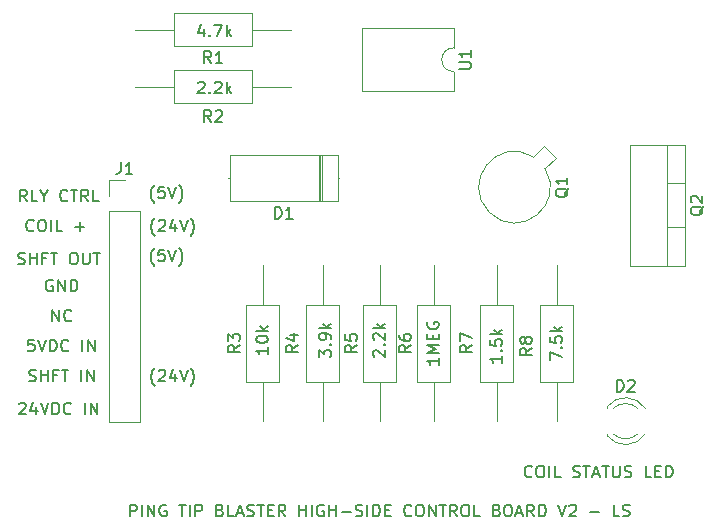
<source format=gto>
%TF.GenerationSoftware,KiCad,Pcbnew,(6.0.8)*%
%TF.CreationDate,2022-11-03T15:18:16-07:00*%
%TF.ProjectId,TipBlaster_V2,54697042-6c61-4737-9465-725f56322e6b,rev?*%
%TF.SameCoordinates,Original*%
%TF.FileFunction,Legend,Top*%
%TF.FilePolarity,Positive*%
%FSLAX46Y46*%
G04 Gerber Fmt 4.6, Leading zero omitted, Abs format (unit mm)*
G04 Created by KiCad (PCBNEW (6.0.8)) date 2022-11-03 15:18:16*
%MOMM*%
%LPD*%
G01*
G04 APERTURE LIST*
%ADD10C,0.150000*%
%ADD11C,0.120000*%
%ADD12C,3.500000*%
%ADD13R,1.600000X1.600000*%
%ADD14O,1.600000X1.600000*%
%ADD15C,1.600000*%
%ADD16R,2.000000X1.905000*%
%ADD17O,2.000000X1.905000*%
%ADD18O,1.200000X1.600000*%
%ADD19O,1.200000X1.200000*%
%ADD20R,1.700000X1.700000*%
%ADD21O,1.700000X1.700000*%
%ADD22R,1.800000X1.800000*%
%ADD23C,1.800000*%
%ADD24R,2.800000X2.800000*%
%ADD25O,2.800000X2.800000*%
G04 APERTURE END LIST*
D10*
X97752952Y-102306380D02*
X97752952Y-101306380D01*
X98133904Y-101306380D01*
X98229142Y-101354000D01*
X98276761Y-101401619D01*
X98324380Y-101496857D01*
X98324380Y-101639714D01*
X98276761Y-101734952D01*
X98229142Y-101782571D01*
X98133904Y-101830190D01*
X97752952Y-101830190D01*
X98752952Y-102306380D02*
X98752952Y-101306380D01*
X99229142Y-102306380D02*
X99229142Y-101306380D01*
X99800571Y-102306380D01*
X99800571Y-101306380D01*
X100800571Y-101354000D02*
X100705333Y-101306380D01*
X100562476Y-101306380D01*
X100419619Y-101354000D01*
X100324380Y-101449238D01*
X100276761Y-101544476D01*
X100229142Y-101734952D01*
X100229142Y-101877809D01*
X100276761Y-102068285D01*
X100324380Y-102163523D01*
X100419619Y-102258761D01*
X100562476Y-102306380D01*
X100657714Y-102306380D01*
X100800571Y-102258761D01*
X100848190Y-102211142D01*
X100848190Y-101877809D01*
X100657714Y-101877809D01*
X101895809Y-101306380D02*
X102467238Y-101306380D01*
X102181523Y-102306380D02*
X102181523Y-101306380D01*
X102800571Y-102306380D02*
X102800571Y-101306380D01*
X103276761Y-102306380D02*
X103276761Y-101306380D01*
X103657714Y-101306380D01*
X103752952Y-101354000D01*
X103800571Y-101401619D01*
X103848190Y-101496857D01*
X103848190Y-101639714D01*
X103800571Y-101734952D01*
X103752952Y-101782571D01*
X103657714Y-101830190D01*
X103276761Y-101830190D01*
X105372000Y-101782571D02*
X105514857Y-101830190D01*
X105562476Y-101877809D01*
X105610095Y-101973047D01*
X105610095Y-102115904D01*
X105562476Y-102211142D01*
X105514857Y-102258761D01*
X105419619Y-102306380D01*
X105038666Y-102306380D01*
X105038666Y-101306380D01*
X105372000Y-101306380D01*
X105467238Y-101354000D01*
X105514857Y-101401619D01*
X105562476Y-101496857D01*
X105562476Y-101592095D01*
X105514857Y-101687333D01*
X105467238Y-101734952D01*
X105372000Y-101782571D01*
X105038666Y-101782571D01*
X106514857Y-102306380D02*
X106038666Y-102306380D01*
X106038666Y-101306380D01*
X106800571Y-102020666D02*
X107276761Y-102020666D01*
X106705333Y-102306380D02*
X107038666Y-101306380D01*
X107372000Y-102306380D01*
X107657714Y-102258761D02*
X107800571Y-102306380D01*
X108038666Y-102306380D01*
X108133904Y-102258761D01*
X108181523Y-102211142D01*
X108229142Y-102115904D01*
X108229142Y-102020666D01*
X108181523Y-101925428D01*
X108133904Y-101877809D01*
X108038666Y-101830190D01*
X107848190Y-101782571D01*
X107752952Y-101734952D01*
X107705333Y-101687333D01*
X107657714Y-101592095D01*
X107657714Y-101496857D01*
X107705333Y-101401619D01*
X107752952Y-101354000D01*
X107848190Y-101306380D01*
X108086285Y-101306380D01*
X108229142Y-101354000D01*
X108514857Y-101306380D02*
X109086285Y-101306380D01*
X108800571Y-102306380D02*
X108800571Y-101306380D01*
X109419619Y-101782571D02*
X109752952Y-101782571D01*
X109895809Y-102306380D02*
X109419619Y-102306380D01*
X109419619Y-101306380D01*
X109895809Y-101306380D01*
X110895809Y-102306380D02*
X110562476Y-101830190D01*
X110324380Y-102306380D02*
X110324380Y-101306380D01*
X110705333Y-101306380D01*
X110800571Y-101354000D01*
X110848190Y-101401619D01*
X110895809Y-101496857D01*
X110895809Y-101639714D01*
X110848190Y-101734952D01*
X110800571Y-101782571D01*
X110705333Y-101830190D01*
X110324380Y-101830190D01*
X112086285Y-102306380D02*
X112086285Y-101306380D01*
X112086285Y-101782571D02*
X112657714Y-101782571D01*
X112657714Y-102306380D02*
X112657714Y-101306380D01*
X113133904Y-102306380D02*
X113133904Y-101306380D01*
X114133904Y-101354000D02*
X114038666Y-101306380D01*
X113895809Y-101306380D01*
X113752952Y-101354000D01*
X113657714Y-101449238D01*
X113610095Y-101544476D01*
X113562476Y-101734952D01*
X113562476Y-101877809D01*
X113610095Y-102068285D01*
X113657714Y-102163523D01*
X113752952Y-102258761D01*
X113895809Y-102306380D01*
X113991047Y-102306380D01*
X114133904Y-102258761D01*
X114181523Y-102211142D01*
X114181523Y-101877809D01*
X113991047Y-101877809D01*
X114610095Y-102306380D02*
X114610095Y-101306380D01*
X114610095Y-101782571D02*
X115181523Y-101782571D01*
X115181523Y-102306380D02*
X115181523Y-101306380D01*
X115657714Y-101925428D02*
X116419619Y-101925428D01*
X116848190Y-102258761D02*
X116991047Y-102306380D01*
X117229142Y-102306380D01*
X117324380Y-102258761D01*
X117372000Y-102211142D01*
X117419619Y-102115904D01*
X117419619Y-102020666D01*
X117372000Y-101925428D01*
X117324380Y-101877809D01*
X117229142Y-101830190D01*
X117038666Y-101782571D01*
X116943428Y-101734952D01*
X116895809Y-101687333D01*
X116848190Y-101592095D01*
X116848190Y-101496857D01*
X116895809Y-101401619D01*
X116943428Y-101354000D01*
X117038666Y-101306380D01*
X117276761Y-101306380D01*
X117419619Y-101354000D01*
X117848190Y-102306380D02*
X117848190Y-101306380D01*
X118324380Y-102306380D02*
X118324380Y-101306380D01*
X118562476Y-101306380D01*
X118705333Y-101354000D01*
X118800571Y-101449238D01*
X118848190Y-101544476D01*
X118895809Y-101734952D01*
X118895809Y-101877809D01*
X118848190Y-102068285D01*
X118800571Y-102163523D01*
X118705333Y-102258761D01*
X118562476Y-102306380D01*
X118324380Y-102306380D01*
X119324380Y-101782571D02*
X119657714Y-101782571D01*
X119800571Y-102306380D02*
X119324380Y-102306380D01*
X119324380Y-101306380D01*
X119800571Y-101306380D01*
X121562476Y-102211142D02*
X121514857Y-102258761D01*
X121372000Y-102306380D01*
X121276761Y-102306380D01*
X121133904Y-102258761D01*
X121038666Y-102163523D01*
X120991047Y-102068285D01*
X120943428Y-101877809D01*
X120943428Y-101734952D01*
X120991047Y-101544476D01*
X121038666Y-101449238D01*
X121133904Y-101354000D01*
X121276761Y-101306380D01*
X121372000Y-101306380D01*
X121514857Y-101354000D01*
X121562476Y-101401619D01*
X122181523Y-101306380D02*
X122372000Y-101306380D01*
X122467238Y-101354000D01*
X122562476Y-101449238D01*
X122610095Y-101639714D01*
X122610095Y-101973047D01*
X122562476Y-102163523D01*
X122467238Y-102258761D01*
X122372000Y-102306380D01*
X122181523Y-102306380D01*
X122086285Y-102258761D01*
X121991047Y-102163523D01*
X121943428Y-101973047D01*
X121943428Y-101639714D01*
X121991047Y-101449238D01*
X122086285Y-101354000D01*
X122181523Y-101306380D01*
X123038666Y-102306380D02*
X123038666Y-101306380D01*
X123610095Y-102306380D01*
X123610095Y-101306380D01*
X123943428Y-101306380D02*
X124514857Y-101306380D01*
X124229142Y-102306380D02*
X124229142Y-101306380D01*
X125419619Y-102306380D02*
X125086285Y-101830190D01*
X124848190Y-102306380D02*
X124848190Y-101306380D01*
X125229142Y-101306380D01*
X125324380Y-101354000D01*
X125372000Y-101401619D01*
X125419619Y-101496857D01*
X125419619Y-101639714D01*
X125372000Y-101734952D01*
X125324380Y-101782571D01*
X125229142Y-101830190D01*
X124848190Y-101830190D01*
X126038666Y-101306380D02*
X126229142Y-101306380D01*
X126324380Y-101354000D01*
X126419619Y-101449238D01*
X126467238Y-101639714D01*
X126467238Y-101973047D01*
X126419619Y-102163523D01*
X126324380Y-102258761D01*
X126229142Y-102306380D01*
X126038666Y-102306380D01*
X125943428Y-102258761D01*
X125848190Y-102163523D01*
X125800571Y-101973047D01*
X125800571Y-101639714D01*
X125848190Y-101449238D01*
X125943428Y-101354000D01*
X126038666Y-101306380D01*
X127372000Y-102306380D02*
X126895809Y-102306380D01*
X126895809Y-101306380D01*
X128800571Y-101782571D02*
X128943428Y-101830190D01*
X128991047Y-101877809D01*
X129038666Y-101973047D01*
X129038666Y-102115904D01*
X128991047Y-102211142D01*
X128943428Y-102258761D01*
X128848190Y-102306380D01*
X128467238Y-102306380D01*
X128467238Y-101306380D01*
X128800571Y-101306380D01*
X128895809Y-101354000D01*
X128943428Y-101401619D01*
X128991047Y-101496857D01*
X128991047Y-101592095D01*
X128943428Y-101687333D01*
X128895809Y-101734952D01*
X128800571Y-101782571D01*
X128467238Y-101782571D01*
X129657714Y-101306380D02*
X129848190Y-101306380D01*
X129943428Y-101354000D01*
X130038666Y-101449238D01*
X130086285Y-101639714D01*
X130086285Y-101973047D01*
X130038666Y-102163523D01*
X129943428Y-102258761D01*
X129848190Y-102306380D01*
X129657714Y-102306380D01*
X129562476Y-102258761D01*
X129467238Y-102163523D01*
X129419619Y-101973047D01*
X129419619Y-101639714D01*
X129467238Y-101449238D01*
X129562476Y-101354000D01*
X129657714Y-101306380D01*
X130467238Y-102020666D02*
X130943428Y-102020666D01*
X130372000Y-102306380D02*
X130705333Y-101306380D01*
X131038666Y-102306380D01*
X131943428Y-102306380D02*
X131610095Y-101830190D01*
X131372000Y-102306380D02*
X131372000Y-101306380D01*
X131752952Y-101306380D01*
X131848190Y-101354000D01*
X131895809Y-101401619D01*
X131943428Y-101496857D01*
X131943428Y-101639714D01*
X131895809Y-101734952D01*
X131848190Y-101782571D01*
X131752952Y-101830190D01*
X131372000Y-101830190D01*
X132372000Y-102306380D02*
X132372000Y-101306380D01*
X132610095Y-101306380D01*
X132752952Y-101354000D01*
X132848190Y-101449238D01*
X132895809Y-101544476D01*
X132943428Y-101734952D01*
X132943428Y-101877809D01*
X132895809Y-102068285D01*
X132848190Y-102163523D01*
X132752952Y-102258761D01*
X132610095Y-102306380D01*
X132372000Y-102306380D01*
X133991047Y-101306380D02*
X134324380Y-102306380D01*
X134657714Y-101306380D01*
X134943428Y-101401619D02*
X134991047Y-101354000D01*
X135086285Y-101306380D01*
X135324380Y-101306380D01*
X135419619Y-101354000D01*
X135467238Y-101401619D01*
X135514857Y-101496857D01*
X135514857Y-101592095D01*
X135467238Y-101734952D01*
X134895809Y-102306380D01*
X135514857Y-102306380D01*
X136705333Y-101925428D02*
X137467238Y-101925428D01*
X139181523Y-102306380D02*
X138705333Y-102306380D01*
X138705333Y-101306380D01*
X139467238Y-102258761D02*
X139610095Y-102306380D01*
X139848190Y-102306380D01*
X139943428Y-102258761D01*
X139991047Y-102211142D01*
X140038666Y-102115904D01*
X140038666Y-102020666D01*
X139991047Y-101925428D01*
X139943428Y-101877809D01*
X139848190Y-101830190D01*
X139657714Y-101782571D01*
X139562476Y-101734952D01*
X139514857Y-101687333D01*
X139467238Y-101592095D01*
X139467238Y-101496857D01*
X139514857Y-101401619D01*
X139562476Y-101354000D01*
X139657714Y-101306380D01*
X139895809Y-101306380D01*
X140038666Y-101354000D01*
X131771142Y-98909142D02*
X131723523Y-98956761D01*
X131580666Y-99004380D01*
X131485428Y-99004380D01*
X131342571Y-98956761D01*
X131247333Y-98861523D01*
X131199714Y-98766285D01*
X131152095Y-98575809D01*
X131152095Y-98432952D01*
X131199714Y-98242476D01*
X131247333Y-98147238D01*
X131342571Y-98052000D01*
X131485428Y-98004380D01*
X131580666Y-98004380D01*
X131723523Y-98052000D01*
X131771142Y-98099619D01*
X132390190Y-98004380D02*
X132580666Y-98004380D01*
X132675904Y-98052000D01*
X132771142Y-98147238D01*
X132818761Y-98337714D01*
X132818761Y-98671047D01*
X132771142Y-98861523D01*
X132675904Y-98956761D01*
X132580666Y-99004380D01*
X132390190Y-99004380D01*
X132294952Y-98956761D01*
X132199714Y-98861523D01*
X132152095Y-98671047D01*
X132152095Y-98337714D01*
X132199714Y-98147238D01*
X132294952Y-98052000D01*
X132390190Y-98004380D01*
X133247333Y-99004380D02*
X133247333Y-98004380D01*
X134199714Y-99004380D02*
X133723523Y-99004380D01*
X133723523Y-98004380D01*
X135247333Y-98956761D02*
X135390190Y-99004380D01*
X135628285Y-99004380D01*
X135723523Y-98956761D01*
X135771142Y-98909142D01*
X135818761Y-98813904D01*
X135818761Y-98718666D01*
X135771142Y-98623428D01*
X135723523Y-98575809D01*
X135628285Y-98528190D01*
X135437809Y-98480571D01*
X135342571Y-98432952D01*
X135294952Y-98385333D01*
X135247333Y-98290095D01*
X135247333Y-98194857D01*
X135294952Y-98099619D01*
X135342571Y-98052000D01*
X135437809Y-98004380D01*
X135675904Y-98004380D01*
X135818761Y-98052000D01*
X136104476Y-98004380D02*
X136675904Y-98004380D01*
X136390190Y-99004380D02*
X136390190Y-98004380D01*
X136961619Y-98718666D02*
X137437809Y-98718666D01*
X136866380Y-99004380D02*
X137199714Y-98004380D01*
X137533047Y-99004380D01*
X137723523Y-98004380D02*
X138294952Y-98004380D01*
X138009238Y-99004380D02*
X138009238Y-98004380D01*
X138628285Y-98004380D02*
X138628285Y-98813904D01*
X138675904Y-98909142D01*
X138723523Y-98956761D01*
X138818761Y-99004380D01*
X139009238Y-99004380D01*
X139104476Y-98956761D01*
X139152095Y-98909142D01*
X139199714Y-98813904D01*
X139199714Y-98004380D01*
X139628285Y-98956761D02*
X139771142Y-99004380D01*
X140009238Y-99004380D01*
X140104476Y-98956761D01*
X140152095Y-98909142D01*
X140199714Y-98813904D01*
X140199714Y-98718666D01*
X140152095Y-98623428D01*
X140104476Y-98575809D01*
X140009238Y-98528190D01*
X139818761Y-98480571D01*
X139723523Y-98432952D01*
X139675904Y-98385333D01*
X139628285Y-98290095D01*
X139628285Y-98194857D01*
X139675904Y-98099619D01*
X139723523Y-98052000D01*
X139818761Y-98004380D01*
X140056857Y-98004380D01*
X140199714Y-98052000D01*
X141866380Y-99004380D02*
X141390190Y-99004380D01*
X141390190Y-98004380D01*
X142199714Y-98480571D02*
X142533047Y-98480571D01*
X142675904Y-99004380D02*
X142199714Y-99004380D01*
X142199714Y-98004380D01*
X142675904Y-98004380D01*
X143104476Y-99004380D02*
X143104476Y-98004380D01*
X143342571Y-98004380D01*
X143485428Y-98052000D01*
X143580666Y-98147238D01*
X143628285Y-98242476D01*
X143675904Y-98432952D01*
X143675904Y-98575809D01*
X143628285Y-98766285D01*
X143580666Y-98861523D01*
X143485428Y-98956761D01*
X143342571Y-99004380D01*
X143104476Y-99004380D01*
X99790380Y-75763333D02*
X99742761Y-75715714D01*
X99647523Y-75572857D01*
X99599904Y-75477619D01*
X99552285Y-75334761D01*
X99504666Y-75096666D01*
X99504666Y-74906190D01*
X99552285Y-74668095D01*
X99599904Y-74525238D01*
X99647523Y-74430000D01*
X99742761Y-74287142D01*
X99790380Y-74239523D01*
X100647523Y-74382380D02*
X100171333Y-74382380D01*
X100123714Y-74858571D01*
X100171333Y-74810952D01*
X100266571Y-74763333D01*
X100504666Y-74763333D01*
X100599904Y-74810952D01*
X100647523Y-74858571D01*
X100695142Y-74953809D01*
X100695142Y-75191904D01*
X100647523Y-75287142D01*
X100599904Y-75334761D01*
X100504666Y-75382380D01*
X100266571Y-75382380D01*
X100171333Y-75334761D01*
X100123714Y-75287142D01*
X100980857Y-74382380D02*
X101314190Y-75382380D01*
X101647523Y-74382380D01*
X101885619Y-75763333D02*
X101933238Y-75715714D01*
X102028476Y-75572857D01*
X102076095Y-75477619D01*
X102123714Y-75334761D01*
X102171333Y-75096666D01*
X102171333Y-74906190D01*
X102123714Y-74668095D01*
X102076095Y-74525238D01*
X102028476Y-74430000D01*
X101933238Y-74287142D01*
X101885619Y-74239523D01*
X99822190Y-78557333D02*
X99774571Y-78509714D01*
X99679333Y-78366857D01*
X99631714Y-78271619D01*
X99584095Y-78128761D01*
X99536476Y-77890666D01*
X99536476Y-77700190D01*
X99584095Y-77462095D01*
X99631714Y-77319238D01*
X99679333Y-77224000D01*
X99774571Y-77081142D01*
X99822190Y-77033523D01*
X100155523Y-77271619D02*
X100203142Y-77224000D01*
X100298380Y-77176380D01*
X100536476Y-77176380D01*
X100631714Y-77224000D01*
X100679333Y-77271619D01*
X100726952Y-77366857D01*
X100726952Y-77462095D01*
X100679333Y-77604952D01*
X100107904Y-78176380D01*
X100726952Y-78176380D01*
X101584095Y-77509714D02*
X101584095Y-78176380D01*
X101346000Y-77128761D02*
X101107904Y-77843047D01*
X101726952Y-77843047D01*
X101965047Y-77176380D02*
X102298380Y-78176380D01*
X102631714Y-77176380D01*
X102869809Y-78557333D02*
X102917428Y-78509714D01*
X103012666Y-78366857D01*
X103060285Y-78271619D01*
X103107904Y-78128761D01*
X103155523Y-77890666D01*
X103155523Y-77700190D01*
X103107904Y-77462095D01*
X103060285Y-77319238D01*
X103012666Y-77224000D01*
X102917428Y-77081142D01*
X102869809Y-77033523D01*
X99822190Y-91257333D02*
X99774571Y-91209714D01*
X99679333Y-91066857D01*
X99631714Y-90971619D01*
X99584095Y-90828761D01*
X99536476Y-90590666D01*
X99536476Y-90400190D01*
X99584095Y-90162095D01*
X99631714Y-90019238D01*
X99679333Y-89924000D01*
X99774571Y-89781142D01*
X99822190Y-89733523D01*
X100155523Y-89971619D02*
X100203142Y-89924000D01*
X100298380Y-89876380D01*
X100536476Y-89876380D01*
X100631714Y-89924000D01*
X100679333Y-89971619D01*
X100726952Y-90066857D01*
X100726952Y-90162095D01*
X100679333Y-90304952D01*
X100107904Y-90876380D01*
X100726952Y-90876380D01*
X101584095Y-90209714D02*
X101584095Y-90876380D01*
X101346000Y-89828761D02*
X101107904Y-90543047D01*
X101726952Y-90543047D01*
X101965047Y-89876380D02*
X102298380Y-90876380D01*
X102631714Y-89876380D01*
X102869809Y-91257333D02*
X102917428Y-91209714D01*
X103012666Y-91066857D01*
X103060285Y-90971619D01*
X103107904Y-90828761D01*
X103155523Y-90590666D01*
X103155523Y-90400190D01*
X103107904Y-90162095D01*
X103060285Y-90019238D01*
X103012666Y-89924000D01*
X102917428Y-89781142D01*
X102869809Y-89733523D01*
X99790380Y-81097333D02*
X99742761Y-81049714D01*
X99647523Y-80906857D01*
X99599904Y-80811619D01*
X99552285Y-80668761D01*
X99504666Y-80430666D01*
X99504666Y-80240190D01*
X99552285Y-80002095D01*
X99599904Y-79859238D01*
X99647523Y-79764000D01*
X99742761Y-79621142D01*
X99790380Y-79573523D01*
X100647523Y-79716380D02*
X100171333Y-79716380D01*
X100123714Y-80192571D01*
X100171333Y-80144952D01*
X100266571Y-80097333D01*
X100504666Y-80097333D01*
X100599904Y-80144952D01*
X100647523Y-80192571D01*
X100695142Y-80287809D01*
X100695142Y-80525904D01*
X100647523Y-80621142D01*
X100599904Y-80668761D01*
X100504666Y-80716380D01*
X100266571Y-80716380D01*
X100171333Y-80668761D01*
X100123714Y-80621142D01*
X100980857Y-79716380D02*
X101314190Y-80716380D01*
X101647523Y-79716380D01*
X101885619Y-81097333D02*
X101933238Y-81049714D01*
X102028476Y-80906857D01*
X102076095Y-80811619D01*
X102123714Y-80668761D01*
X102171333Y-80430666D01*
X102171333Y-80240190D01*
X102123714Y-80002095D01*
X102076095Y-79859238D01*
X102028476Y-79764000D01*
X101933238Y-79621142D01*
X101885619Y-79573523D01*
X88360666Y-92765619D02*
X88408285Y-92718000D01*
X88503523Y-92670380D01*
X88741619Y-92670380D01*
X88836857Y-92718000D01*
X88884476Y-92765619D01*
X88932095Y-92860857D01*
X88932095Y-92956095D01*
X88884476Y-93098952D01*
X88313047Y-93670380D01*
X88932095Y-93670380D01*
X89789238Y-93003714D02*
X89789238Y-93670380D01*
X89551142Y-92622761D02*
X89313047Y-93337047D01*
X89932095Y-93337047D01*
X90170190Y-92670380D02*
X90503523Y-93670380D01*
X90836857Y-92670380D01*
X91170190Y-93670380D02*
X91170190Y-92670380D01*
X91408285Y-92670380D01*
X91551142Y-92718000D01*
X91646380Y-92813238D01*
X91694000Y-92908476D01*
X91741619Y-93098952D01*
X91741619Y-93241809D01*
X91694000Y-93432285D01*
X91646380Y-93527523D01*
X91551142Y-93622761D01*
X91408285Y-93670380D01*
X91170190Y-93670380D01*
X92741619Y-93575142D02*
X92694000Y-93622761D01*
X92551142Y-93670380D01*
X92455904Y-93670380D01*
X92313047Y-93622761D01*
X92217809Y-93527523D01*
X92170190Y-93432285D01*
X92122571Y-93241809D01*
X92122571Y-93098952D01*
X92170190Y-92908476D01*
X92217809Y-92813238D01*
X92313047Y-92718000D01*
X92455904Y-92670380D01*
X92551142Y-92670380D01*
X92694000Y-92718000D01*
X92741619Y-92765619D01*
X93932095Y-93670380D02*
X93932095Y-92670380D01*
X94408285Y-93670380D02*
X94408285Y-92670380D01*
X94979714Y-93670380D01*
X94979714Y-92670380D01*
X89186095Y-90828761D02*
X89328952Y-90876380D01*
X89567047Y-90876380D01*
X89662285Y-90828761D01*
X89709904Y-90781142D01*
X89757523Y-90685904D01*
X89757523Y-90590666D01*
X89709904Y-90495428D01*
X89662285Y-90447809D01*
X89567047Y-90400190D01*
X89376571Y-90352571D01*
X89281333Y-90304952D01*
X89233714Y-90257333D01*
X89186095Y-90162095D01*
X89186095Y-90066857D01*
X89233714Y-89971619D01*
X89281333Y-89924000D01*
X89376571Y-89876380D01*
X89614666Y-89876380D01*
X89757523Y-89924000D01*
X90186095Y-90876380D02*
X90186095Y-89876380D01*
X90186095Y-90352571D02*
X90757523Y-90352571D01*
X90757523Y-90876380D02*
X90757523Y-89876380D01*
X91567047Y-90352571D02*
X91233714Y-90352571D01*
X91233714Y-90876380D02*
X91233714Y-89876380D01*
X91709904Y-89876380D01*
X91948000Y-89876380D02*
X92519428Y-89876380D01*
X92233714Y-90876380D02*
X92233714Y-89876380D01*
X93614666Y-90876380D02*
X93614666Y-89876380D01*
X94090857Y-90876380D02*
X94090857Y-89876380D01*
X94662285Y-90876380D01*
X94662285Y-89876380D01*
X89614666Y-87336380D02*
X89138476Y-87336380D01*
X89090857Y-87812571D01*
X89138476Y-87764952D01*
X89233714Y-87717333D01*
X89471809Y-87717333D01*
X89567047Y-87764952D01*
X89614666Y-87812571D01*
X89662285Y-87907809D01*
X89662285Y-88145904D01*
X89614666Y-88241142D01*
X89567047Y-88288761D01*
X89471809Y-88336380D01*
X89233714Y-88336380D01*
X89138476Y-88288761D01*
X89090857Y-88241142D01*
X89948000Y-87336380D02*
X90281333Y-88336380D01*
X90614666Y-87336380D01*
X90948000Y-88336380D02*
X90948000Y-87336380D01*
X91186095Y-87336380D01*
X91328952Y-87384000D01*
X91424190Y-87479238D01*
X91471809Y-87574476D01*
X91519428Y-87764952D01*
X91519428Y-87907809D01*
X91471809Y-88098285D01*
X91424190Y-88193523D01*
X91328952Y-88288761D01*
X91186095Y-88336380D01*
X90948000Y-88336380D01*
X92519428Y-88241142D02*
X92471809Y-88288761D01*
X92328952Y-88336380D01*
X92233714Y-88336380D01*
X92090857Y-88288761D01*
X91995619Y-88193523D01*
X91948000Y-88098285D01*
X91900380Y-87907809D01*
X91900380Y-87764952D01*
X91948000Y-87574476D01*
X91995619Y-87479238D01*
X92090857Y-87384000D01*
X92233714Y-87336380D01*
X92328952Y-87336380D01*
X92471809Y-87384000D01*
X92519428Y-87431619D01*
X93709904Y-88336380D02*
X93709904Y-87336380D01*
X94186095Y-88336380D02*
X94186095Y-87336380D01*
X94757523Y-88336380D01*
X94757523Y-87336380D01*
X91162285Y-85796380D02*
X91162285Y-84796380D01*
X91733714Y-85796380D01*
X91733714Y-84796380D01*
X92781333Y-85701142D02*
X92733714Y-85748761D01*
X92590857Y-85796380D01*
X92495619Y-85796380D01*
X92352761Y-85748761D01*
X92257523Y-85653523D01*
X92209904Y-85558285D01*
X92162285Y-85367809D01*
X92162285Y-85224952D01*
X92209904Y-85034476D01*
X92257523Y-84939238D01*
X92352761Y-84844000D01*
X92495619Y-84796380D01*
X92590857Y-84796380D01*
X92733714Y-84844000D01*
X92781333Y-84891619D01*
X91186095Y-82304000D02*
X91090857Y-82256380D01*
X90948000Y-82256380D01*
X90805142Y-82304000D01*
X90709904Y-82399238D01*
X90662285Y-82494476D01*
X90614666Y-82684952D01*
X90614666Y-82827809D01*
X90662285Y-83018285D01*
X90709904Y-83113523D01*
X90805142Y-83208761D01*
X90948000Y-83256380D01*
X91043238Y-83256380D01*
X91186095Y-83208761D01*
X91233714Y-83161142D01*
X91233714Y-82827809D01*
X91043238Y-82827809D01*
X91662285Y-83256380D02*
X91662285Y-82256380D01*
X92233714Y-83256380D01*
X92233714Y-82256380D01*
X92709904Y-83256380D02*
X92709904Y-82256380D01*
X92948000Y-82256380D01*
X93090857Y-82304000D01*
X93186095Y-82399238D01*
X93233714Y-82494476D01*
X93281333Y-82684952D01*
X93281333Y-82827809D01*
X93233714Y-83018285D01*
X93186095Y-83113523D01*
X93090857Y-83208761D01*
X92948000Y-83256380D01*
X92709904Y-83256380D01*
X88265428Y-80922761D02*
X88408285Y-80970380D01*
X88646380Y-80970380D01*
X88741619Y-80922761D01*
X88789238Y-80875142D01*
X88836857Y-80779904D01*
X88836857Y-80684666D01*
X88789238Y-80589428D01*
X88741619Y-80541809D01*
X88646380Y-80494190D01*
X88455904Y-80446571D01*
X88360666Y-80398952D01*
X88313047Y-80351333D01*
X88265428Y-80256095D01*
X88265428Y-80160857D01*
X88313047Y-80065619D01*
X88360666Y-80018000D01*
X88455904Y-79970380D01*
X88694000Y-79970380D01*
X88836857Y-80018000D01*
X89265428Y-80970380D02*
X89265428Y-79970380D01*
X89265428Y-80446571D02*
X89836857Y-80446571D01*
X89836857Y-80970380D02*
X89836857Y-79970380D01*
X90646380Y-80446571D02*
X90313047Y-80446571D01*
X90313047Y-80970380D02*
X90313047Y-79970380D01*
X90789238Y-79970380D01*
X91027333Y-79970380D02*
X91598761Y-79970380D01*
X91313047Y-80970380D02*
X91313047Y-79970380D01*
X92884476Y-79970380D02*
X93074952Y-79970380D01*
X93170190Y-80018000D01*
X93265428Y-80113238D01*
X93313047Y-80303714D01*
X93313047Y-80637047D01*
X93265428Y-80827523D01*
X93170190Y-80922761D01*
X93074952Y-80970380D01*
X92884476Y-80970380D01*
X92789238Y-80922761D01*
X92694000Y-80827523D01*
X92646380Y-80637047D01*
X92646380Y-80303714D01*
X92694000Y-80113238D01*
X92789238Y-80018000D01*
X92884476Y-79970380D01*
X93741619Y-79970380D02*
X93741619Y-80779904D01*
X93789238Y-80875142D01*
X93836857Y-80922761D01*
X93932095Y-80970380D01*
X94122571Y-80970380D01*
X94217809Y-80922761D01*
X94265428Y-80875142D01*
X94313047Y-80779904D01*
X94313047Y-79970380D01*
X94646380Y-79970380D02*
X95217809Y-79970380D01*
X94932095Y-80970380D02*
X94932095Y-79970380D01*
X89582857Y-78081142D02*
X89535238Y-78128761D01*
X89392380Y-78176380D01*
X89297142Y-78176380D01*
X89154285Y-78128761D01*
X89059047Y-78033523D01*
X89011428Y-77938285D01*
X88963809Y-77747809D01*
X88963809Y-77604952D01*
X89011428Y-77414476D01*
X89059047Y-77319238D01*
X89154285Y-77224000D01*
X89297142Y-77176380D01*
X89392380Y-77176380D01*
X89535238Y-77224000D01*
X89582857Y-77271619D01*
X90201904Y-77176380D02*
X90392380Y-77176380D01*
X90487619Y-77224000D01*
X90582857Y-77319238D01*
X90630476Y-77509714D01*
X90630476Y-77843047D01*
X90582857Y-78033523D01*
X90487619Y-78128761D01*
X90392380Y-78176380D01*
X90201904Y-78176380D01*
X90106666Y-78128761D01*
X90011428Y-78033523D01*
X89963809Y-77843047D01*
X89963809Y-77509714D01*
X90011428Y-77319238D01*
X90106666Y-77224000D01*
X90201904Y-77176380D01*
X91059047Y-78176380D02*
X91059047Y-77176380D01*
X92011428Y-78176380D02*
X91535238Y-78176380D01*
X91535238Y-77176380D01*
X93106666Y-77795428D02*
X93868571Y-77795428D01*
X93487619Y-78176380D02*
X93487619Y-77414476D01*
X89003523Y-75636380D02*
X88670190Y-75160190D01*
X88432095Y-75636380D02*
X88432095Y-74636380D01*
X88813047Y-74636380D01*
X88908285Y-74684000D01*
X88955904Y-74731619D01*
X89003523Y-74826857D01*
X89003523Y-74969714D01*
X88955904Y-75064952D01*
X88908285Y-75112571D01*
X88813047Y-75160190D01*
X88432095Y-75160190D01*
X89908285Y-75636380D02*
X89432095Y-75636380D01*
X89432095Y-74636380D01*
X90432095Y-75160190D02*
X90432095Y-75636380D01*
X90098761Y-74636380D02*
X90432095Y-75160190D01*
X90765428Y-74636380D01*
X92432095Y-75541142D02*
X92384476Y-75588761D01*
X92241619Y-75636380D01*
X92146380Y-75636380D01*
X92003523Y-75588761D01*
X91908285Y-75493523D01*
X91860666Y-75398285D01*
X91813047Y-75207809D01*
X91813047Y-75064952D01*
X91860666Y-74874476D01*
X91908285Y-74779238D01*
X92003523Y-74684000D01*
X92146380Y-74636380D01*
X92241619Y-74636380D01*
X92384476Y-74684000D01*
X92432095Y-74731619D01*
X92717809Y-74636380D02*
X93289238Y-74636380D01*
X93003523Y-75636380D02*
X93003523Y-74636380D01*
X94194000Y-75636380D02*
X93860666Y-75160190D01*
X93622571Y-75636380D02*
X93622571Y-74636380D01*
X94003523Y-74636380D01*
X94098761Y-74684000D01*
X94146380Y-74731619D01*
X94194000Y-74826857D01*
X94194000Y-74969714D01*
X94146380Y-75064952D01*
X94098761Y-75112571D01*
X94003523Y-75160190D01*
X93622571Y-75160190D01*
X95098761Y-75636380D02*
X94622571Y-75636380D01*
X94622571Y-74636380D01*
X133310380Y-89082380D02*
X133310380Y-88415714D01*
X134310380Y-88844285D01*
X134215142Y-88034761D02*
X134262761Y-87987142D01*
X134310380Y-88034761D01*
X134262761Y-88082380D01*
X134215142Y-88034761D01*
X134310380Y-88034761D01*
X133310380Y-87082380D02*
X133310380Y-87558571D01*
X133786571Y-87606190D01*
X133738952Y-87558571D01*
X133691333Y-87463333D01*
X133691333Y-87225238D01*
X133738952Y-87130000D01*
X133786571Y-87082380D01*
X133881809Y-87034761D01*
X134119904Y-87034761D01*
X134215142Y-87082380D01*
X134262761Y-87130000D01*
X134310380Y-87225238D01*
X134310380Y-87463333D01*
X134262761Y-87558571D01*
X134215142Y-87606190D01*
X134310380Y-86606190D02*
X133310380Y-86606190D01*
X133929428Y-86510952D02*
X134310380Y-86225238D01*
X133643714Y-86225238D02*
X134024666Y-86606190D01*
X129230380Y-88717333D02*
X129230380Y-89288761D01*
X129230380Y-89003047D02*
X128230380Y-89003047D01*
X128373238Y-89098285D01*
X128468476Y-89193523D01*
X128516095Y-89288761D01*
X129135142Y-88288761D02*
X129182761Y-88241142D01*
X129230380Y-88288761D01*
X129182761Y-88336380D01*
X129135142Y-88288761D01*
X129230380Y-88288761D01*
X128230380Y-87336380D02*
X128230380Y-87812571D01*
X128706571Y-87860190D01*
X128658952Y-87812571D01*
X128611333Y-87717333D01*
X128611333Y-87479238D01*
X128658952Y-87384000D01*
X128706571Y-87336380D01*
X128801809Y-87288761D01*
X129039904Y-87288761D01*
X129135142Y-87336380D01*
X129182761Y-87384000D01*
X129230380Y-87479238D01*
X129230380Y-87717333D01*
X129182761Y-87812571D01*
X129135142Y-87860190D01*
X129230380Y-86860190D02*
X128230380Y-86860190D01*
X128849428Y-86764952D02*
X129230380Y-86479238D01*
X128563714Y-86479238D02*
X128944666Y-86860190D01*
X123896380Y-88868095D02*
X123896380Y-89439523D01*
X123896380Y-89153809D02*
X122896380Y-89153809D01*
X123039238Y-89249047D01*
X123134476Y-89344285D01*
X123182095Y-89439523D01*
X123896380Y-88439523D02*
X122896380Y-88439523D01*
X123610666Y-88106190D01*
X122896380Y-87772857D01*
X123896380Y-87772857D01*
X123372571Y-87296666D02*
X123372571Y-86963333D01*
X123896380Y-86820476D02*
X123896380Y-87296666D01*
X122896380Y-87296666D01*
X122896380Y-86820476D01*
X122944000Y-85868095D02*
X122896380Y-85963333D01*
X122896380Y-86106190D01*
X122944000Y-86249047D01*
X123039238Y-86344285D01*
X123134476Y-86391904D01*
X123324952Y-86439523D01*
X123467809Y-86439523D01*
X123658285Y-86391904D01*
X123753523Y-86344285D01*
X123848761Y-86249047D01*
X123896380Y-86106190D01*
X123896380Y-86010952D01*
X123848761Y-85868095D01*
X123801142Y-85820476D01*
X123467809Y-85820476D01*
X123467809Y-86010952D01*
X118419619Y-88780761D02*
X118372000Y-88733142D01*
X118324380Y-88637904D01*
X118324380Y-88399809D01*
X118372000Y-88304571D01*
X118419619Y-88256952D01*
X118514857Y-88209333D01*
X118610095Y-88209333D01*
X118752952Y-88256952D01*
X119324380Y-88828380D01*
X119324380Y-88209333D01*
X119229142Y-87780761D02*
X119276761Y-87733142D01*
X119324380Y-87780761D01*
X119276761Y-87828380D01*
X119229142Y-87780761D01*
X119324380Y-87780761D01*
X118419619Y-87352190D02*
X118372000Y-87304571D01*
X118324380Y-87209333D01*
X118324380Y-86971238D01*
X118372000Y-86876000D01*
X118419619Y-86828380D01*
X118514857Y-86780761D01*
X118610095Y-86780761D01*
X118752952Y-86828380D01*
X119324380Y-87399809D01*
X119324380Y-86780761D01*
X119324380Y-86352190D02*
X118324380Y-86352190D01*
X118943428Y-86256952D02*
X119324380Y-85971238D01*
X118657714Y-85971238D02*
X119038666Y-86352190D01*
X113752380Y-88828380D02*
X113752380Y-88209333D01*
X114133333Y-88542666D01*
X114133333Y-88399809D01*
X114180952Y-88304571D01*
X114228571Y-88256952D01*
X114323809Y-88209333D01*
X114561904Y-88209333D01*
X114657142Y-88256952D01*
X114704761Y-88304571D01*
X114752380Y-88399809D01*
X114752380Y-88685523D01*
X114704761Y-88780761D01*
X114657142Y-88828380D01*
X114657142Y-87780761D02*
X114704761Y-87733142D01*
X114752380Y-87780761D01*
X114704761Y-87828380D01*
X114657142Y-87780761D01*
X114752380Y-87780761D01*
X114752380Y-87256952D02*
X114752380Y-87066476D01*
X114704761Y-86971238D01*
X114657142Y-86923619D01*
X114514285Y-86828380D01*
X114323809Y-86780761D01*
X113942857Y-86780761D01*
X113847619Y-86828380D01*
X113800000Y-86876000D01*
X113752380Y-86971238D01*
X113752380Y-87161714D01*
X113800000Y-87256952D01*
X113847619Y-87304571D01*
X113942857Y-87352190D01*
X114180952Y-87352190D01*
X114276190Y-87304571D01*
X114323809Y-87256952D01*
X114371428Y-87161714D01*
X114371428Y-86971238D01*
X114323809Y-86876000D01*
X114276190Y-86828380D01*
X114180952Y-86780761D01*
X114752380Y-86352190D02*
X113752380Y-86352190D01*
X114371428Y-86256952D02*
X114752380Y-85971238D01*
X114085714Y-85971238D02*
X114466666Y-86352190D01*
X109418380Y-87971238D02*
X109418380Y-88542666D01*
X109418380Y-88256952D02*
X108418380Y-88256952D01*
X108561238Y-88352190D01*
X108656476Y-88447428D01*
X108704095Y-88542666D01*
X108418380Y-87352190D02*
X108418380Y-87256952D01*
X108466000Y-87161714D01*
X108513619Y-87114095D01*
X108608857Y-87066476D01*
X108799333Y-87018857D01*
X109037428Y-87018857D01*
X109227904Y-87066476D01*
X109323142Y-87114095D01*
X109370761Y-87161714D01*
X109418380Y-87256952D01*
X109418380Y-87352190D01*
X109370761Y-87447428D01*
X109323142Y-87495047D01*
X109227904Y-87542666D01*
X109037428Y-87590285D01*
X108799333Y-87590285D01*
X108608857Y-87542666D01*
X108513619Y-87495047D01*
X108466000Y-87447428D01*
X108418380Y-87352190D01*
X109418380Y-86590285D02*
X108418380Y-86590285D01*
X109037428Y-86495047D02*
X109418380Y-86209333D01*
X108751714Y-86209333D02*
X109132666Y-86590285D01*
X103497238Y-65587619D02*
X103544857Y-65540000D01*
X103640095Y-65492380D01*
X103878190Y-65492380D01*
X103973428Y-65540000D01*
X104021047Y-65587619D01*
X104068666Y-65682857D01*
X104068666Y-65778095D01*
X104021047Y-65920952D01*
X103449619Y-66492380D01*
X104068666Y-66492380D01*
X104497238Y-66397142D02*
X104544857Y-66444761D01*
X104497238Y-66492380D01*
X104449619Y-66444761D01*
X104497238Y-66397142D01*
X104497238Y-66492380D01*
X104925809Y-65587619D02*
X104973428Y-65540000D01*
X105068666Y-65492380D01*
X105306761Y-65492380D01*
X105402000Y-65540000D01*
X105449619Y-65587619D01*
X105497238Y-65682857D01*
X105497238Y-65778095D01*
X105449619Y-65920952D01*
X104878190Y-66492380D01*
X105497238Y-66492380D01*
X105925809Y-66492380D02*
X105925809Y-65492380D01*
X106021047Y-66111428D02*
X106306761Y-66492380D01*
X106306761Y-65825714D02*
X105925809Y-66206666D01*
X103973428Y-60999714D02*
X103973428Y-61666380D01*
X103735333Y-60618761D02*
X103497238Y-61333047D01*
X104116285Y-61333047D01*
X104497238Y-61571142D02*
X104544857Y-61618761D01*
X104497238Y-61666380D01*
X104449619Y-61618761D01*
X104497238Y-61571142D01*
X104497238Y-61666380D01*
X104878190Y-60666380D02*
X105544857Y-60666380D01*
X105116285Y-61666380D01*
X105925809Y-61666380D02*
X105925809Y-60666380D01*
X106021047Y-61285428D02*
X106306761Y-61666380D01*
X106306761Y-60999714D02*
X105925809Y-61380666D01*
X125592380Y-64398904D02*
X126401904Y-64398904D01*
X126497142Y-64351285D01*
X126544761Y-64303666D01*
X126592380Y-64208428D01*
X126592380Y-64017952D01*
X126544761Y-63922714D01*
X126497142Y-63875095D01*
X126401904Y-63827476D01*
X125592380Y-63827476D01*
X126592380Y-62827476D02*
X126592380Y-63398904D01*
X126592380Y-63113190D02*
X125592380Y-63113190D01*
X125735238Y-63208428D01*
X125830476Y-63303666D01*
X125878095Y-63398904D01*
X131770380Y-88050666D02*
X131294190Y-88384000D01*
X131770380Y-88622095D02*
X130770380Y-88622095D01*
X130770380Y-88241142D01*
X130818000Y-88145904D01*
X130865619Y-88098285D01*
X130960857Y-88050666D01*
X131103714Y-88050666D01*
X131198952Y-88098285D01*
X131246571Y-88145904D01*
X131294190Y-88241142D01*
X131294190Y-88622095D01*
X131198952Y-87479238D02*
X131151333Y-87574476D01*
X131103714Y-87622095D01*
X131008476Y-87669714D01*
X130960857Y-87669714D01*
X130865619Y-87622095D01*
X130818000Y-87574476D01*
X130770380Y-87479238D01*
X130770380Y-87288761D01*
X130818000Y-87193523D01*
X130865619Y-87145904D01*
X130960857Y-87098285D01*
X131008476Y-87098285D01*
X131103714Y-87145904D01*
X131151333Y-87193523D01*
X131198952Y-87288761D01*
X131198952Y-87479238D01*
X131246571Y-87574476D01*
X131294190Y-87622095D01*
X131389428Y-87669714D01*
X131579904Y-87669714D01*
X131675142Y-87622095D01*
X131722761Y-87574476D01*
X131770380Y-87479238D01*
X131770380Y-87288761D01*
X131722761Y-87193523D01*
X131675142Y-87145904D01*
X131579904Y-87098285D01*
X131389428Y-87098285D01*
X131294190Y-87145904D01*
X131246571Y-87193523D01*
X131198952Y-87288761D01*
X126690380Y-87796666D02*
X126214190Y-88130000D01*
X126690380Y-88368095D02*
X125690380Y-88368095D01*
X125690380Y-87987142D01*
X125738000Y-87891904D01*
X125785619Y-87844285D01*
X125880857Y-87796666D01*
X126023714Y-87796666D01*
X126118952Y-87844285D01*
X126166571Y-87891904D01*
X126214190Y-87987142D01*
X126214190Y-88368095D01*
X125690380Y-87463333D02*
X125690380Y-86796666D01*
X126690380Y-87225238D01*
X121526380Y-87796666D02*
X121050190Y-88130000D01*
X121526380Y-88368095D02*
X120526380Y-88368095D01*
X120526380Y-87987142D01*
X120574000Y-87891904D01*
X120621619Y-87844285D01*
X120716857Y-87796666D01*
X120859714Y-87796666D01*
X120954952Y-87844285D01*
X121002571Y-87891904D01*
X121050190Y-87987142D01*
X121050190Y-88368095D01*
X120526380Y-86939523D02*
X120526380Y-87130000D01*
X120574000Y-87225238D01*
X120621619Y-87272857D01*
X120764476Y-87368095D01*
X120954952Y-87415714D01*
X121335904Y-87415714D01*
X121431142Y-87368095D01*
X121478761Y-87320476D01*
X121526380Y-87225238D01*
X121526380Y-87034761D01*
X121478761Y-86939523D01*
X121431142Y-86891904D01*
X121335904Y-86844285D01*
X121097809Y-86844285D01*
X121002571Y-86891904D01*
X120954952Y-86939523D01*
X120907333Y-87034761D01*
X120907333Y-87225238D01*
X120954952Y-87320476D01*
X121002571Y-87368095D01*
X121097809Y-87415714D01*
X116954380Y-87796666D02*
X116478190Y-88130000D01*
X116954380Y-88368095D02*
X115954380Y-88368095D01*
X115954380Y-87987142D01*
X116002000Y-87891904D01*
X116049619Y-87844285D01*
X116144857Y-87796666D01*
X116287714Y-87796666D01*
X116382952Y-87844285D01*
X116430571Y-87891904D01*
X116478190Y-87987142D01*
X116478190Y-88368095D01*
X115954380Y-86891904D02*
X115954380Y-87368095D01*
X116430571Y-87415714D01*
X116382952Y-87368095D01*
X116335333Y-87272857D01*
X116335333Y-87034761D01*
X116382952Y-86939523D01*
X116430571Y-86891904D01*
X116525809Y-86844285D01*
X116763904Y-86844285D01*
X116859142Y-86891904D01*
X116906761Y-86939523D01*
X116954380Y-87034761D01*
X116954380Y-87272857D01*
X116906761Y-87368095D01*
X116859142Y-87415714D01*
X111958380Y-87796666D02*
X111482190Y-88130000D01*
X111958380Y-88368095D02*
X110958380Y-88368095D01*
X110958380Y-87987142D01*
X111006000Y-87891904D01*
X111053619Y-87844285D01*
X111148857Y-87796666D01*
X111291714Y-87796666D01*
X111386952Y-87844285D01*
X111434571Y-87891904D01*
X111482190Y-87987142D01*
X111482190Y-88368095D01*
X111291714Y-86939523D02*
X111958380Y-86939523D01*
X110910761Y-87177619D02*
X111625047Y-87415714D01*
X111625047Y-86796666D01*
X107048380Y-87796666D02*
X106572190Y-88130000D01*
X107048380Y-88368095D02*
X106048380Y-88368095D01*
X106048380Y-87987142D01*
X106096000Y-87891904D01*
X106143619Y-87844285D01*
X106238857Y-87796666D01*
X106381714Y-87796666D01*
X106476952Y-87844285D01*
X106524571Y-87891904D01*
X106572190Y-87987142D01*
X106572190Y-88368095D01*
X106048380Y-87463333D02*
X106048380Y-86844285D01*
X106429333Y-87177619D01*
X106429333Y-87034761D01*
X106476952Y-86939523D01*
X106524571Y-86891904D01*
X106619809Y-86844285D01*
X106857904Y-86844285D01*
X106953142Y-86891904D01*
X107000761Y-86939523D01*
X107048380Y-87034761D01*
X107048380Y-87320476D01*
X107000761Y-87415714D01*
X106953142Y-87463333D01*
X104608333Y-68905380D02*
X104275000Y-68429190D01*
X104036904Y-68905380D02*
X104036904Y-67905380D01*
X104417857Y-67905380D01*
X104513095Y-67953000D01*
X104560714Y-68000619D01*
X104608333Y-68095857D01*
X104608333Y-68238714D01*
X104560714Y-68333952D01*
X104513095Y-68381571D01*
X104417857Y-68429190D01*
X104036904Y-68429190D01*
X104989285Y-68000619D02*
X105036904Y-67953000D01*
X105132142Y-67905380D01*
X105370238Y-67905380D01*
X105465476Y-67953000D01*
X105513095Y-68000619D01*
X105560714Y-68095857D01*
X105560714Y-68191095D01*
X105513095Y-68333952D01*
X104941666Y-68905380D01*
X105560714Y-68905380D01*
X104608333Y-63909380D02*
X104275000Y-63433190D01*
X104036904Y-63909380D02*
X104036904Y-62909380D01*
X104417857Y-62909380D01*
X104513095Y-62957000D01*
X104560714Y-63004619D01*
X104608333Y-63099857D01*
X104608333Y-63242714D01*
X104560714Y-63337952D01*
X104513095Y-63385571D01*
X104417857Y-63433190D01*
X104036904Y-63433190D01*
X105560714Y-63909380D02*
X104989285Y-63909380D01*
X105275000Y-63909380D02*
X105275000Y-62909380D01*
X105179761Y-63052238D01*
X105084523Y-63147476D01*
X104989285Y-63195095D01*
X146295619Y-76041238D02*
X146248000Y-76136476D01*
X146152761Y-76231714D01*
X146009904Y-76374571D01*
X145962285Y-76469809D01*
X145962285Y-76565047D01*
X146200380Y-76517428D02*
X146152761Y-76612666D01*
X146057523Y-76707904D01*
X145867047Y-76755523D01*
X145533714Y-76755523D01*
X145343238Y-76707904D01*
X145248000Y-76612666D01*
X145200380Y-76517428D01*
X145200380Y-76326952D01*
X145248000Y-76231714D01*
X145343238Y-76136476D01*
X145533714Y-76088857D01*
X145867047Y-76088857D01*
X146057523Y-76136476D01*
X146152761Y-76231714D01*
X146200380Y-76326952D01*
X146200380Y-76517428D01*
X145295619Y-75707904D02*
X145248000Y-75660285D01*
X145200380Y-75565047D01*
X145200380Y-75326952D01*
X145248000Y-75231714D01*
X145295619Y-75184095D01*
X145390857Y-75136476D01*
X145486095Y-75136476D01*
X145628952Y-75184095D01*
X146200380Y-75755523D01*
X146200380Y-75136476D01*
X134869619Y-74517238D02*
X134822000Y-74612476D01*
X134726761Y-74707714D01*
X134583904Y-74850571D01*
X134536285Y-74945809D01*
X134536285Y-75041047D01*
X134774380Y-74993428D02*
X134726761Y-75088666D01*
X134631523Y-75183904D01*
X134441047Y-75231523D01*
X134107714Y-75231523D01*
X133917238Y-75183904D01*
X133822000Y-75088666D01*
X133774380Y-74993428D01*
X133774380Y-74802952D01*
X133822000Y-74707714D01*
X133917238Y-74612476D01*
X134107714Y-74564857D01*
X134441047Y-74564857D01*
X134631523Y-74612476D01*
X134726761Y-74707714D01*
X134774380Y-74802952D01*
X134774380Y-74993428D01*
X134774380Y-73612476D02*
X134774380Y-74183904D01*
X134774380Y-73898190D02*
X133774380Y-73898190D01*
X133917238Y-73993428D01*
X134012476Y-74088666D01*
X134060095Y-74183904D01*
X96948666Y-72306380D02*
X96948666Y-73020666D01*
X96901047Y-73163523D01*
X96805809Y-73258761D01*
X96662952Y-73306380D01*
X96567714Y-73306380D01*
X97948666Y-73306380D02*
X97377238Y-73306380D01*
X97662952Y-73306380D02*
X97662952Y-72306380D01*
X97567714Y-72449238D01*
X97472476Y-72544476D01*
X97377238Y-72592095D01*
X138956904Y-91726380D02*
X138956904Y-90726380D01*
X139195000Y-90726380D01*
X139337857Y-90774000D01*
X139433095Y-90869238D01*
X139480714Y-90964476D01*
X139528333Y-91154952D01*
X139528333Y-91297809D01*
X139480714Y-91488285D01*
X139433095Y-91583523D01*
X139337857Y-91678761D01*
X139195000Y-91726380D01*
X138956904Y-91726380D01*
X139909285Y-90821619D02*
X139956904Y-90774000D01*
X140052142Y-90726380D01*
X140290238Y-90726380D01*
X140385476Y-90774000D01*
X140433095Y-90821619D01*
X140480714Y-90916857D01*
X140480714Y-91012095D01*
X140433095Y-91154952D01*
X139861666Y-91726380D01*
X140480714Y-91726380D01*
X110005904Y-77082380D02*
X110005904Y-76082380D01*
X110244000Y-76082380D01*
X110386857Y-76130000D01*
X110482095Y-76225238D01*
X110529714Y-76320476D01*
X110577333Y-76510952D01*
X110577333Y-76653809D01*
X110529714Y-76844285D01*
X110482095Y-76939523D01*
X110386857Y-77034761D01*
X110244000Y-77082380D01*
X110005904Y-77082380D01*
X111529714Y-77082380D02*
X110958285Y-77082380D01*
X111244000Y-77082380D02*
X111244000Y-76082380D01*
X111148761Y-76225238D01*
X111053523Y-76320476D01*
X110958285Y-76368095D01*
D11*
X125140000Y-66287000D02*
X125140000Y-64637000D01*
X117400000Y-66287000D02*
X125140000Y-66287000D01*
X125140000Y-60987000D02*
X117400000Y-60987000D01*
X117400000Y-60987000D02*
X117400000Y-66287000D01*
X125140000Y-62637000D02*
X125140000Y-60987000D01*
X125140000Y-62637000D02*
G75*
G03*
X125140000Y-64637000I0J-1000000D01*
G01*
X132488000Y-90900000D02*
X135228000Y-90900000D01*
X133858000Y-94210000D02*
X133858000Y-90900000D01*
X135228000Y-90900000D02*
X135228000Y-84360000D01*
X132488000Y-84360000D02*
X132488000Y-90900000D01*
X135228000Y-84360000D02*
X132488000Y-84360000D01*
X133858000Y-81050000D02*
X133858000Y-84360000D01*
X127408000Y-90900000D02*
X130148000Y-90900000D01*
X128778000Y-94210000D02*
X128778000Y-90900000D01*
X130148000Y-90900000D02*
X130148000Y-84360000D01*
X127408000Y-84360000D02*
X127408000Y-90900000D01*
X130148000Y-84360000D02*
X127408000Y-84360000D01*
X128778000Y-81050000D02*
X128778000Y-84360000D01*
X123444000Y-94210000D02*
X123444000Y-90900000D01*
X122074000Y-90900000D02*
X124814000Y-90900000D01*
X124814000Y-90900000D02*
X124814000Y-84360000D01*
X122074000Y-84360000D02*
X122074000Y-90900000D01*
X123444000Y-81050000D02*
X123444000Y-84360000D01*
X124814000Y-84360000D02*
X122074000Y-84360000D01*
X120242000Y-84360000D02*
X117502000Y-84360000D01*
X118872000Y-81050000D02*
X118872000Y-84360000D01*
X117502000Y-84360000D02*
X117502000Y-90900000D01*
X120242000Y-90900000D02*
X120242000Y-84360000D01*
X117502000Y-90900000D02*
X120242000Y-90900000D01*
X118872000Y-94210000D02*
X118872000Y-90900000D01*
X112676000Y-90900000D02*
X115416000Y-90900000D01*
X114046000Y-94210000D02*
X114046000Y-90900000D01*
X115416000Y-90900000D02*
X115416000Y-84360000D01*
X112676000Y-84360000D02*
X112676000Y-90900000D01*
X115416000Y-84360000D02*
X112676000Y-84360000D01*
X114046000Y-81050000D02*
X114046000Y-84360000D01*
X110336000Y-84360000D02*
X107596000Y-84360000D01*
X108966000Y-81050000D02*
X108966000Y-84360000D01*
X107596000Y-84360000D02*
X107596000Y-90900000D01*
X110336000Y-90900000D02*
X110336000Y-84360000D01*
X107596000Y-90900000D02*
X110336000Y-90900000D01*
X108966000Y-94210000D02*
X108966000Y-90900000D01*
X108045000Y-67283000D02*
X108045000Y-64543000D01*
X111355000Y-65913000D02*
X108045000Y-65913000D01*
X108045000Y-64543000D02*
X101505000Y-64543000D01*
X101505000Y-67283000D02*
X108045000Y-67283000D01*
X101505000Y-64543000D02*
X101505000Y-67283000D01*
X98195000Y-65913000D02*
X101505000Y-65913000D01*
X101505000Y-59717000D02*
X101505000Y-62457000D01*
X98195000Y-61087000D02*
X101505000Y-61087000D01*
X101505000Y-62457000D02*
X108045000Y-62457000D01*
X108045000Y-59717000D02*
X101505000Y-59717000D01*
X108045000Y-62457000D02*
X108045000Y-59717000D01*
X111355000Y-61087000D02*
X108045000Y-61087000D01*
X144748000Y-70826000D02*
X144748000Y-81066000D01*
X144748000Y-74096000D02*
X143238000Y-74096000D01*
X144748000Y-77797000D02*
X143238000Y-77797000D01*
X144748000Y-70826000D02*
X140107000Y-70826000D01*
X140107000Y-70826000D02*
X140107000Y-81066000D01*
X144748000Y-81066000D02*
X140107000Y-81066000D01*
X143238000Y-70826000D02*
X143238000Y-81066000D01*
X132874281Y-72839669D02*
X133786448Y-71927501D01*
X133786448Y-71927501D02*
X132796499Y-70937552D01*
X132796499Y-70937552D02*
X131884331Y-71849719D01*
X131884544Y-71849850D02*
G75*
G03*
X132874281Y-72839669I-1582544J-2572150D01*
G01*
X95952000Y-76454000D02*
X98612000Y-76454000D01*
X95952000Y-94294000D02*
X98612000Y-94294000D01*
X95952000Y-76454000D02*
X95952000Y-94294000D01*
X95952000Y-75184000D02*
X95952000Y-73854000D01*
X98612000Y-76454000D02*
X98612000Y-94294000D01*
X95952000Y-73854000D02*
X97282000Y-73854000D01*
X138135000Y-92998000D02*
X138135000Y-93154000D01*
X138135000Y-95314000D02*
X138135000Y-95470000D01*
X140736130Y-93154163D02*
G75*
G03*
X138654039Y-93154000I-1041130J-1079837D01*
G01*
X138135000Y-95469516D02*
G75*
G03*
X141367335Y-95312608I1560000J1235516D01*
G01*
X138654039Y-95314000D02*
G75*
G03*
X140736130Y-95313837I1040961J1080000D01*
G01*
X141367335Y-93155392D02*
G75*
G03*
X138135000Y-92998484I-1672335J-1078608D01*
G01*
X106034000Y-73660000D02*
X106174000Y-73660000D01*
X115454000Y-73660000D02*
X115314000Y-73660000D01*
X113859000Y-75630000D02*
X113859000Y-71690000D01*
X113979000Y-75630000D02*
X113979000Y-71690000D01*
X106174000Y-75630000D02*
X115314000Y-75630000D01*
X106174000Y-71690000D02*
X106174000Y-75630000D01*
X115314000Y-75630000D02*
X115314000Y-71690000D01*
X115314000Y-71690000D02*
X106174000Y-71690000D01*
X113739000Y-75630000D02*
X113739000Y-71690000D01*
%LPC*%
D12*
X91440000Y-100330000D03*
X143002000Y-61468000D03*
D13*
X123810000Y-59827000D03*
D14*
X121270000Y-59827000D03*
X118730000Y-59827000D03*
X118730000Y-67447000D03*
X121270000Y-67447000D03*
X123810000Y-67447000D03*
D15*
X133858000Y-80010000D03*
D14*
X133858000Y-95250000D03*
D15*
X128778000Y-80010000D03*
D14*
X128778000Y-95250000D03*
X123444000Y-80010000D03*
D15*
X123444000Y-95250000D03*
X118872000Y-95250000D03*
D14*
X118872000Y-80010000D03*
D15*
X114046000Y-80010000D03*
D14*
X114046000Y-95250000D03*
D15*
X108966000Y-95250000D03*
D14*
X108966000Y-80010000D03*
D15*
X97155000Y-65913000D03*
D14*
X112395000Y-65913000D03*
D15*
X112395000Y-61087000D03*
D14*
X97155000Y-61087000D03*
D16*
X141478000Y-73406000D03*
D17*
X141478000Y-75946000D03*
X141478000Y-78486000D03*
D18*
X130302000Y-73152000D03*
D19*
X129032000Y-74422000D03*
X130302000Y-75692000D03*
D20*
X97282000Y-75184000D03*
D21*
X97282000Y-77724000D03*
X97282000Y-80264000D03*
X97282000Y-82804000D03*
X97282000Y-85344000D03*
X97282000Y-87884000D03*
X97282000Y-90424000D03*
X97282000Y-92964000D03*
D22*
X138425000Y-94234000D03*
D23*
X140965000Y-94234000D03*
D24*
X117094000Y-73660000D03*
D25*
X104394000Y-73660000D03*
M02*

</source>
